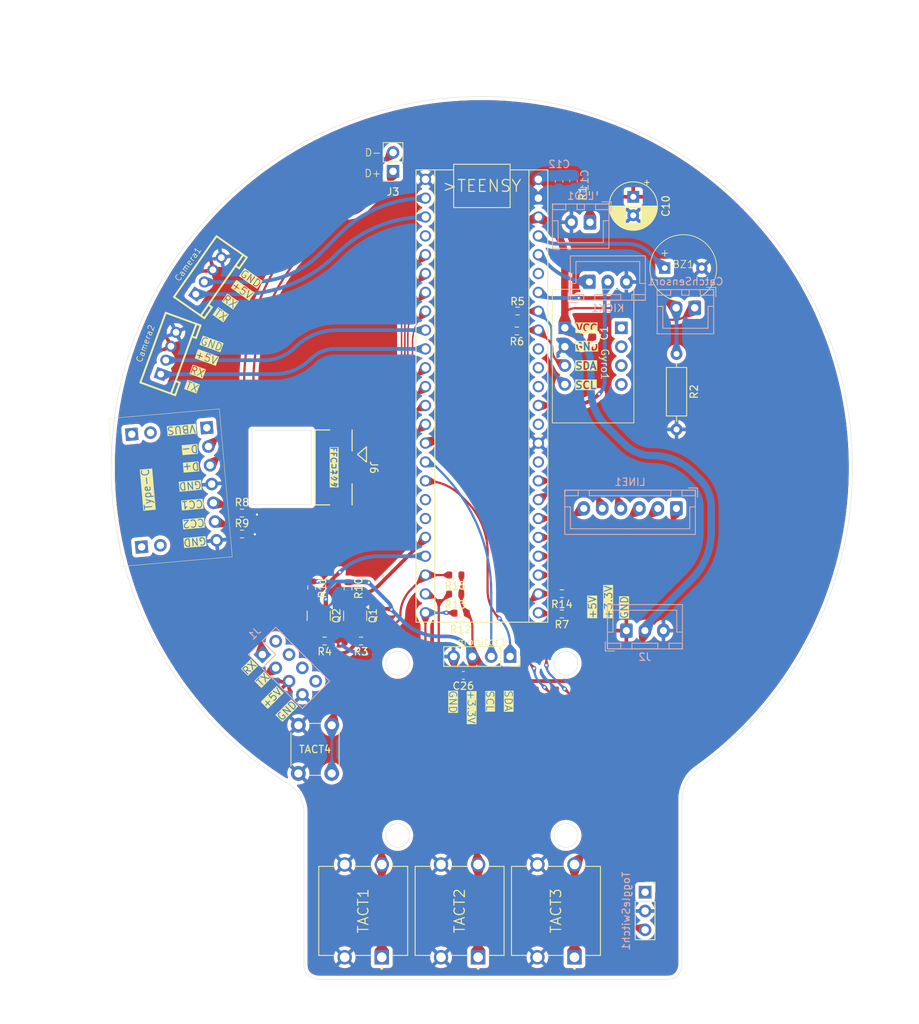
<source format=kicad_pcb>
(kicad_pcb (version 20241229) (generator "pcbnew") (generator_version "9.0")
  (layers (0 "F.Cu" signal) (2 "B.Cu" signal) (13 "F.Paste" user) (15 "B.Paste" user) (5 "F.SilkS" user "F.Silkscreen") (7 "B.SilkS" user "B.Silkscreen") (1 "F.Mask" user) (3 "B.Mask" user) (25 "Edge.Cuts" user))
  (net 0 "")
  (net 1 "M4 PH")
  (net 2 "KICK 2")
  (net 3 "M1 EN")
  (net 4 "KICK 1")
  (net 5 "Buzzer")
  (net 6 "M4 EN")
  (net 7 "Cam1 RX")
  (net 8 "GND")
  (net 10 "M3 PH")
  (net 11 "Gyro-SDA")
  (net 12 "M2 PH")
  (net 13 "+5V")
  (net 14 "Cam2 TX")
  (net 16 "M2 EN")
  (net 17 "M3 EN")
  (net 18 "+3.3V")
  (net 19 "Gyro-SCL")
  (net 20 "M1 PH")
  (net 21 "Cam1 TX")
  (net 22 "Ball Catch Sensor")
  (net 24 "Cam2 RX")
  (net 25 "TX_Ball 5V")
  (net 26 "RX_Ball 5V")
  (net 31 "Net-(LED1-Pin_1)")
  (net 32 "SCL(monitor)")
  (net 33 "SDA(monitor)")
  (net 34 "RX_Ball 3.3V")
  (net 35 "TX_Ball 3.3V")
  (net 37 "Teensy4.1_D-")
  (net 38 "Teensy4.1_D+")
  (net 39 "Net-(Type-C1-CC1)")
  (net 40 "Net-(Type-C1-CC2)")
  (net 50 "B")
  (net 51 "A")
  (net 52 "C")
  (net 53 "X3")
  (net 54 "X1")
  (net 55 "X2")
  (net 58 "SW3")
  (net 59 "SW2")
  (net 60 "SW1")
  (net 61 "Ctrl SW1")
  (net 62 "TOGGLE1")
  (footprint "MAIN:Big tact switch MAIN" (layer "F.Cu") (at 160 159.775 90)
    (property "Reference" "TACT3")
    (property "Value" "SW_MEC_5G")
  )
  (footprint "Teensy4.1:TEENSY4.1" (layer "F.Cu") (at 157.63 61.171 180)
    (property "Reference" "A1" (hide yes))
    (property "Value" "TEENSY4.1")
  )
  (footprint "Resistor_SMD:R_0603_1608Metric" (layer "F.Cu") (at 160.8 119.75 180)
    (property "Reference" "R7")
    (property "Value" "1kΩ")
  )
  (footprint "Resistor_SMD:R_0603_1608Metric" (layer "F.Cu") (at 147.14 119.64 180)
    (property "Reference" "R12")
    (property "Value" "1kΩ")
  )
  (footprint "Resistor_THT:R_Axial_DIN0207_L6.3mm_D2.5mm_P10.16mm_Horizontal" (layer "F.Cu") (at 176.266 84.718 -90)
    (property "Reference" "R2")
    (property "Value" "R")
  )
  (footprint "Package_TO_SOT_SMD:SOT-23" (layer "F.Cu") (at 128 120 -90)
    (property "Reference" "Q2")
    (property "Value" "BSS138")
  )
  (footprint "Resistor_SMD:R_0603_1608Metric" (layer "F.Cu") (at 146.41 117.08 180)
    (property "Reference" "R13")
    (property "Value" "1kΩ")
  )
  (footprint "GROVE:GROVE-HW4-2.0" (layer "F.Cu") (at 107.713832 84.609094 70)
    (property "Reference" "Camera2")
    (property "Value" "Conn_01x04_Pin")
  )
  (footprint "Resistor_SMD:R_0603_1608Metric" (layer "F.Cu") (at 154.817 78.923 180)
    (property "Reference" "R5")
    (property "Value" "1kΩ")
  )
  (footprint "Resistor_SMD:R_0603_1608Metric" (layer "F.Cu") (at 128.8 123.4 180)
    (property "Reference" "R4")
    (property "Value" "10k")
  )
  (footprint "Button_Switch_THT:SW_PUSH_6mm" (layer "F.Cu") (at 125.25 141.25 90)
    (property "Reference" "TACT4")
    (property "Value" "SW_MEC_5G")
  )
  (footprint "Connector_PinSocket_2.54mm:PinSocket_1x02_P2.54mm_Vertical" (layer "F.Cu") (at 138.024 60.091 180)
    (property "Reference" "J3")
    (property "Value" "Conn_01x02_Pin")
  )
  (footprint "Resistor_SMD:R_0603_1608Metric" (layer "F.Cu") (at 146.42 114.5 180)
    (property "Reference" "R15")
    (property "Value" "1kΩ")
  )
  (footprint "Resistor_SMD:R_0603_1608Metric" (layer "F.Cu") (at 117.645 106.152)
    (property "Reference" "R8")
    (property "Value" "5.1k")
  )
  (footprint "Package_TO_SOT_SMD:SOT-23" (layer "F.Cu") (at 132.9125 120 -90)
    (property "Reference" "Q1")
    (property "Value" "BSS138")
  )
  (footprint "Capacitor_SMD:C_0603_1608Metric_Pad1.08x0.95mm_HandSolder" (layer "F.Cu") (at 164.034 82.428)
    (property "Reference" "C1")
    (property "Value" "0.1μF")
  )
  (footprint "Resistor_SMD:R_0603_1608Metric" (layer "F.Cu") (at 117.645 108.977)
    (property "Reference" "R9")
    (property "Value" "5.1k")
  )
  (footprint "Resistor_SMD:R_0603_1608Metric" (layer "F.Cu") (at 160.8 117.02 180)
    (property "Reference" "R14")
    (property "Value" "1kΩ")
  )
  (footprint "FFC conector:FFC conector 0.5mm Pich" (layer "F.Cu") (at 130 100 -90)
    (property "Reference" "J6")
    (property "Value" "Conn_01x08_Pin")
  )
  (footprint "MAIN:Buzzer UDX01CLFPH" (layer "F.Cu") (at 177.176 73.13)
    (property "Reference" "BZ1")
    (property "Value" "Buzzer")
  )
  (footprint "Resistor_SMD:R_0603_1608Metric" (layer "F.Cu") (at 165.033 63.054 90)
    (property "Reference" "R1")
    (property "Value" "100")
  )
  (footprint "MAIN:Big tact switch MAIN" (layer "F.Cu") (at 147 159.775 90)
    (property "Reference" "TACT2")
    (property "Value" "SW_MEC_5G")
  )
  (footprint "Capacitor_SMD:C_0603_1608Metric" (layer "F.Cu") (at 147.51 128.03 180)
    (property "Reference" "C26")
    (property "Value" "0.1μF")
  )
  (footprint "SSD1306:SSD1306 (akizuki)" (layer "F.Cu") (at 150 138)
    (property "Reference" "monitor1")
    (property "Value" "Conn_01x04_Pin")
    (fp_circle (center -11.35 -11.6) (end -9.75 -11.6) (stroke (width 0.05)) (fill no) (layer "Edge.Cuts"))
    (fp_circle (center -11.35 11.6) (end -9.75 11.6) (stroke (width 0.05)) (fill no) (layer "Edge.Cuts"))
    (fp_circle (center 11.35 -11.6) (end 12.95 -11.6) (stroke (width 0.05)) (fill no) (layer "Edge.Cuts"))
    (fp_circle (center 11.35 11.6) (end 12.95 11.6) (stroke (width 0.05)) (fill no) (layer "Edge.Cuts"))
  )
  (footprint "BNO055:BNO055" (layer "F.Cu") (at 165 85)
    (property "Reference" "Gyro1")
    (property "Value" "Conn_01x08_Pin")
  )
  (footprint "Capacitor_THT:CP_Radial_D6.3mm_P2.50mm" (layer "F.Cu") (at 170.427 63.525 -90)
    (property "Reference" "C10")
    (property "Value" "100uF")
  )
  (footprint "Resistor_SMD:R_0603_1608Metric" (layer "F.Cu") (at 154.731 81.608 180)
    (property "Reference" "R6")
    (property "Value" "1kΩ")
  )
  (footprint "Resistor_SMD:R_0603_1608Metric" (layer "F.Cu") (at 131.95 116.3 -90)
    (property "Reference" "R10")
    (property "Value" "10k")
  )
  (footprint "Resistor_SMD:R_0603_1608Metric" (layer "F.Cu") (at 133.7 123.4 180)
    (property "Reference" "R3")
    (property "Value" "10k")
  )
  (footprint "Resistor_SMD:R_0603_1608Metric" (layer "F.Cu") (at 127.05 116.2 -90)
    (property "Reference" "R11")
    (property "Value" "10k")
  )
  (footprint "GROVE:GROVE-HW4-2.0" (layer "F.Cu") (at 113.138159 74.189061 55)
    (property "Reference" "Camera1")
    (property "Value" "Conn_01x04_Pin")
  )
  (footprint "Type-C:Type-C moodule" (layer "F.Cu") (at 104.92 103.01 95)
    (property "Reference" "Type-C1" (hide yes))
    (property "Value" "~")
  )
  (footprint "MAIN:Big tact switch MAIN" (layer "F.Cu") (at 134 159.775 90)
    (property "Reference" "TACT1")
    (property "Value" "SW_MEC_5G")
  )
  (footprint "Connector_PinSocket_2.54mm:PinSocket_1x03_P2.54mm_Vertical" (layer "F.Cu") (at 172.025 157.25)
    (property "Reference" "ToggleSwitch1")
    (property "Value" "Conn_01x03_Pin")
  )
  (footprint "Capacitor_SMD:C_0603_1608Metric" (layer "B.Cu") (at 160.423 61.459 -90)
    (property "Reference" "C12")
    (property "Value" "0.1uF")
  )
  (footprint "Connector_PinSocket_2.54mm:PinSocket_2x04_P2.54mm_Vertical" (layer "B.Cu") (at 120.400827 125.225162 -135)
    (property "Reference" "J1")
    (property "Value" "Conn_02x04_Odd_Even")
  )
  (footprint "Connector_JST:JST_XH_B2B-XH-A_1x02_P2.50mm_Vertical" (layer "B.Cu") (at 164.59 66.954 180)
    (property "Reference" "LED1")
    (property "Value" "Conn_01x02_Pin")
  )
  (footprint "Connector_JST:JST_XH_B6B-XH-A_1x06_P2.50mm_Vertical" (layer "B.Cu") (at 176.25 105.525 180)
    (property "Reference" "LINE1")
    (property "Value" "Conn_01x06_Pin")
  )
  (footprint "Connector_JST:JST_XH_B3B-XH-A_1x03_P2.50mm_Vertical" (layer "B.Cu") (at 169.5 122)
    (property "Reference" "J2")
    (property "Value" "Conn_01x03_Pin")
  )
  (footprint "Connector_JST:JST_XH_B2B-XH-A_1x02_P2.50mm_Vertical" (layer "B.Cu") (at 178.718 78.49 180)
    (property "Reference" "CatchSensor1")
    (property "Value" "Conn_01x02_Pin")
  )
  (footprint "Capacitor_SMD:C_0603_1608Metric" (layer "B.Cu") (at 162.374 61.409 -90)
    (property "Reference" "C11")
    (property "Value" "10uF")
  )
  (footprint "Connector_JST:JST_XH_B3B-XH-A_1x03_P2.50mm_Vertical" (layer "B.Cu") (at 164.5 75)
    (property "Reference" "KICK1")
    (property "Value" "Conn_01x03_Pin")
  )
  (gr_curve (pts (xy 123.839313 142.60645) (xy 126.000002 143.864) (xy 126 146.364) (xy 126 146.364)) (stroke (width 0.05)) (layer "Edge.Cuts"))
  (gr_line (start 177 160) (end 177 144.583848) (stroke (width 0.05)) (layer "Edge.Cuts"))
  (gr_line (start 177 160) (end 177 167) (stroke (width 0.05)) (layer "Edge.Cuts"))
  (gr_rect (start 119 95) (end 127 105) (stroke (width 0.05)) (fill no) (layer "Edge.Cuts"))
  (gr_curve (pts (xy 126 167) (xy 125.995 169.007) (xy 128 169) (xy 128 169)) (stroke (width 0.05)) (layer "Edge.Cuts"))
  (gr_curve (pts (xy 179.072138 140.675795) (xy 177.004463 142.080985) (xy 177 144.583848) (xy 177 144.583848)) (stroke (width 0.05)) (layer "Edge.Cuts"))
  (gr_line (start 126 167) (end 126 146.364) (stroke (width 0.05)) (layer "Edge.Cuts"))
  (gr_line (start 175 169) (end 128 169) (stroke (width 0.05)) (layer "Edge.Cuts"))
  (gr_curve (pts (xy 175 169) (xy 177 169.012) (xy 177 167) (xy 177 167)) (stroke (width 0.05)) (layer "Edge.Cuts"))
  (gr_arc (start 123.83245 142.606452) (mid 148.257308 50.029874) (end 179.072138 140.679985) (stroke (width 0.05)) (layer "Edge.Cuts"))
  (gr_text "+3.3V" (at 167.67 120.48 90) (layer "F.SilkS" knockout) (effects (font (size 1 1) (thickness 0.125)) (justify left bottom)))
  (gr_text "+5V" (at 120.98 132.629 45) (layer "F.SilkS" knockout) (effects (font (size 1 1) (thickness 0.125)) (justify left bottom)))
  (gr_text "TX" (at 120.223 129.71 45) (layer "F.SilkS" knockout) (effects (font (size 1 1) (thickness 0.125)) (justify left bottom)))
  (gr_text "VCC" (at 162.6 81.8 0) (layer "F.SilkS" knockout) (effects (font (size 1 1) (thickness 0.2) (bold yes)) (justify left bottom)))
  (gr_text "D-" (at 134.15 58.16 0) (layer "F.SilkS") (effects (font (size 1 1) (thickness 0.1)) (justify left bottom)))
  (gr_text "RX" (at 118.313 128.178 45) (layer "F.SilkS" knockout) (effects (font (size 1 1) (thickness 0.125)) (justify left bottom)))
  (gr_text "GND" (at 162.5 84.3 0) (layer "F.SilkS" knockout) (effects (font (size 1 1) (thickness 0.2) (bold yes)) (justify left bottom)))
  (gr_text "SDA" (at 162.5 86.9 0) (layer "F.SilkS" knockout) (effects (font (size 1 1) (thickness 0.2) (bold yes)) (justify left bottom)))
  (gr_text "+3.3V" (at 148 130 270) (layer "F.SilkS" knockout) (effects (font (size 1 1) (thickness 0.1)) (justify left bottom)))
  (gr_text "GND" (at 169.82 120.48 90) (layer "F.SilkS" knockout) (effects (font (size 1 1) (thickness 0.125)) (justify left bottom)))
  (gr_text "SCL" (at 162.5 89.5 0) (layer "F.SilkS" knockout) (effects (font (size 1 1) (thickness 0.2) (bold yes)) (justify left bottom)))
  (gr_text "SDA" (at 153 130 270) (layer "F.SilkS" knockout) (effects (font (size 1 1) (thickness 0.1)) (justify left bottom)))
  (gr_text "+5V" (at 165.52 120.48 90) (layer "F.SilkS" knockout) (effects (font (size 1 1) (thickness 0.125)) (justify left bottom)))
  (gr_text "SCL" (at 150.5 130.031 270) (layer "F.SilkS" knockout) (effects (font (size 1 1) (thickness 0.1)) (justify left bottom)))
  (gr_text "GND" (at 145.5 130.007 270) (layer "F.SilkS" knockout) (effects (font (size 1 1) (thickness 0.1)) (justify left bottom)))
  (gr_text "D+" (at 134.11 60.95 0) (layer "F.SilkS") (effects (font (size 1 1) (thickness 0.1)) (justify left bottom)))
  (gr_text "GND" (at 122.998 134.358 45) (layer "F.SilkS" knockout) (effects (font (size 1 1) (thickness 0.125)) (justify left bottom)))
  (segment (start 135.250862 99.569139) (end 138.9 95.92) (width 0.2) (layer "F.Cu") (net 1))
  (segment (start 139.72 93.940345) (end 139.72 93.94) (width 0.2) (layer "F.Cu") (net 1))
  (segment (start 141.246644 90.254357) (end 142.39 89.111) (width 0.2) (layer "F.Cu") (net 1))
  (arc (start 138.9 95.92) (mid 139.506889 95.011726) (end 139.72 93.940345) (width 0.2) (layer "F.Cu") (net 1))
  (arc (start 132.4 100.750004) (mid 133.942875 100.443107) (end 135.250862 99.569139) (width 0.2) (layer "F.Cu") (net 1))
  (arc (start 139.72 93.94) (mid 140.116762 91.945344) (end 141.246644 90.254357) (width 0.2) (layer "F.Cu") (net 1))
  (segment (start 162.093383 91.651) (end 157.63 91.651) (width 0.5) (layer "F.Cu") (net 2))
  (via (at 165.833 90.102) (size 0.6) (drill 0.3) (layers "F.Cu" "B.Cu") (net 2))
  (arc (start 165.833 90.102) (mid 164.117249 91.248428) (end 162.093383 91.651) (width 0.5) (layer "F.Cu") (net 2))
  (segment (start 166.585 86.73) (end 166.585 88.286511) (width 0.5) (layer "B.Cu") (net 2))
  (segment (start 166.585 76.001899) (end 166.585 86.73) (width 0.5) (layer "B.Cu") (net 2))
  (arc (start 167 75) (mid 166.692855 75.459675) (end 166.585 76.001899) (width 0.5) (layer "B.Cu") (net 2))
  (arc (start 166.585 88.286511) (mid 166.389561 89.269047) (end 165.833 90.102) (width 0.5) (layer "B.Cu") (net 2))
  (segment (start 134.175384 98.514616) (end 136.754071 95.935929) (width 0.2) (layer "F.Cu") (net 3))
  (segment (start 138.14 92.59) (end 138.14 90.475046) (width 0.2) (layer "F.Cu") (net 3))
  (segment (start 140.02 85.936325) (end 140.02 82.132686) (width 0.2) (layer "F.Cu") (net 3))
  (arc (start 140.02 82.132686) (mid 140.635943 79.036132) (end 142.39 76.411) (width 0.2) (layer "F.Cu") (net 3))
  (arc (start 132.4 99.250004) (mid 133.360831 99.058883) (end 134.175384 98.514616) (width 0.2) (layer "F.Cu") (net 3))
  (arc (start 138.14 90.475046) (mid 138.488255 88.724252) (end 139.48 87.24) (width 0.2) (layer "F.Cu") (net 3))
  (arc (start 136.754071 95.935929) (mid 137.779809 94.400803) (end 138.14 92.59) (width 0.2) (layer "F.Cu") (net 3))
  (arc (start 139.48 87.24) (mid 139.879659 86.641869) (end 140.02 85.936325) (width 0.2) (layer "F.Cu") (net 3))
  (segment (start 159.035551 72.736551) (end 157.63 71.331) (width 0.5) (layer "B.Cu") (net 4))
  (arc (start 164.5 75) (mid 161.542661 74.411749) (end 159.035551 72.736551) (width 0.5) (layer "B.Cu") (net 4))
  (segment (start 172.662408 71.116407) (end 174.676 73.13) (width 0.5) (layer "B.Cu") (net 5))
  (segment (start 169.634 69.862) (end 160.215623 69.862) (width 0.5) (layer "B.Cu") (net 5))
  (arc (start 169.634 69.862) (mid 171.272962 70.18801) (end 172.662408 71.116407) (width 0.5) (layer "B.Cu") (net 5))
  (arc (start 160.215623 69.862) (mid 158.816294 69.583656) (end 157.63 68.791) (width 0.5) (layer "B.Cu") (net 5))
  (segment (start 134.977722 99.182277) (end 137.32 96.84) (width 0.2) (layer "F.Cu") (net 6))
  (segment (start 140.463801 88.497199) (end 142.39 86.571) (width 0.2) (layer "F.Cu") (net 6))
  (segment (start 139.22 92.252994) (end 139.22 91.5) (width 0.2) (layer "F.Cu") (net 6))
  (arc (start 139.22 91.5) (mid 139.543253 89.874896) (end 140.463801 88.497199) (width 0.2) (layer "F.Cu") (net 6))
  (arc (start 132.4 100.250005) (mid 133.795053 99.972512) (end 134.977722 99.182277) (width 0.2) (layer "F.Cu") (net 6))
  (arc (start 137.32 96.84) (mid 138.726206 94.735463) (end 139.22 92.252994) (width 0.2) (layer "F.Cu") (net 6))
  (segment (start 128.16 71.21) (end 130.899465 68.470535) (width 0.5) (layer "B.Cu") (net 7))
  (segment (start 112.564583 75.008213) (end 118.990303 75.008213) (width 0.5) (layer "B.Cu") (net 7))
  (arc (start 118.990303 75.008213) (mid 123.952907 74.021089) (end 128.16 71.21) (width 0.5) (layer "B.Cu") (net 7))
  (arc (start 130.899465 68.470535) (mid 136.171367 64.947963) (end 142.39 63.711) (width 0.5) (layer "B.Cu") (net 7))
  (segment (start 164.742704 82.799295) (end 164.175 83.367) (width 0.5) (layer "F.Cu") (net 8))
  (segment (start 146.19 125) (end 146.19 126.50374) (width 0.5) (layer "F.Cu") (net 8))
  (segment (start 118.47 108.977) (end 119.283431 108.977) (width 0.5) (layer "F.Cu") (net 8))
  (segment (start 146.6445 128.022757) (end 146.6475 128.03) (width 0.5) (layer "F.Cu") (net 8))
  (segment (start 163.29864 83.73) (end 161.2 83.73) (width 0.5) (layer "F.Cu") (net 8))
  (segment (start 118.47 106.152) (end 119.177743 106.152) (width 0.5) (layer "F.Cu") (net 8))
  (segment (start 146.6445 127.601) (end 146.6445 128.022757) (width 0.5) (layer "F.Cu") (net 8))
  (via (at 119.38 109.017) (size 0.6) (drill 0.3) (layers "F.Cu" "B.Cu") (net 8))
  (via (at 119.663 106.353) (size 0.6) (drill 0.3) (layers "F.Cu" "B.Cu") (net 8))
  (arc (start 164.8965 82.428) (mid 164.85653 82.628944) (end 164.742704 82.799295) (width 0.5) (layer "F.Cu") (net 8))
  (arc (start 146.19 126.50374) (mid 146.308121 127.097572) (end 146.6445 127.601) (width 0.5) (layer "F.Cu") (net 8))
  (arc (start 164.175 83.367) (mid 163.772922 83.635659) (end 163.29864 83.73) (width 0.5) (layer "F.Cu") (net 8))
  (arc (start 119.177743 106.152) (mid 119.440362 106.204238) (end 119.663 106.353) (width 0.5) (layer "F.Cu") (net 8))
  (arc (start 119.283431 108.977) (mid 119.335694 108.987396) (end 119.38 109.017) (width 0.5) (layer "F.Cu") (net 8))
  (segment (start 161.772842 83.032843) (end 162.61 83.87) (width 0.5) (layer "B.Cu") (net 8))
  (segment (start 161.807781 83.067782) (end 162.61 83.87) (width 0.5) (layer "B.Cu") (net 8))
  (segment (start 161.2 83.73) (end 160.487782 83.017782) (width 0.5) (layer "B.Cu") (net 8))
  (segment (start 156.643 63.501) (end 156.95552 63.18848) (width 1) (layer "B.Cu") (net 8))
  (segment (start 161.444 62.585) (end 161.649132 62.790132) (width 1) (layer "B.Cu") (net 8))
  (segment (start 162.190122 84.140122) (end 162.42 84.37) (width 0.5) (layer "B.Cu") (net 8))
  (segment (start 158.533 64.065) (end 157.414075 64.065) (width 1) (layer "B.Cu") (net 8))
  (segment (start 160.173257 62.891) (end 160.719 62.891) (width 1) (layer "B.Cu") (net 8))
  (segment (start 163.038 62.585) (end 163.038 62.397362) (width 1) (layer "B.Cu") (net 8))
  (segment (start 161.2 83.73) (end 161.28733 83.73) (width 0.5) (layer "B.Cu") (net 8))
  (segment (start 159.946717 62.431283) (end 159.688 62.69) (width 1) (layer "B.Cu") (net 8))
  (segment (start 162.954378 62.184) (end 162.374 62.184) (width 1) (layer "B.Cu") (net 8))
  (segment (start 156.586 64.408) (end 156.586 63.63861) (width 1) (layer "B.Cu") (net 8))
  (segment (start 157.767179 63.379822) (end 158.247 62.9) (width 1) (layer "B.Cu") (net 8))
  (segment (start 160.603137 82.75) (end 161.09 82.75) (width 0.5) (layer "B.Cu") (net 8))
  (segment (start 161.434277 62.594722) (end 161.444 62.585) (width 1) (layer "B.Cu") (net 8))
  (segment (start 161.426274 83.183726) (end 161.62 82.99) (width 0.5) (layer "B.Cu") (net 8))
  (segment (start 158.533 63.590465) (end 158.533 64.065) (width 1) (layer "B.Cu") (net 8))
  (segment (start 163.00116 62.62184) (end 163.038 62.585) (width 1) (layer "B.Cu") (net 8))
  (segment (start 161.53234 84.53234) (end 161.94 84.94) (width 0.5) (layer "B.Cu") (net 8))
  (arc (start 161.62 82.99) (mid 161.721627 83.010215) (end 161.807781 83.067782) (width 0.5) (layer "B.Cu") (net 8))
  (arc (start 161.2 83.73) (mid 161.286372 84.164223) (end 161.53234 84.53234) (width 0.5) (layer "B.Cu") (net 8))
  (arc (start 161.28733 83.73) (mid 162.084333 83.888534) (end 162.76 84.34) (width 0.5) (layer "B.Cu") (net 8))
  (arc (start 159.688 62.69) (mid 159.910638 62.838761) (end 160.173257 62.891) (width 1) (layer "B.Cu") (net 8))
  (arc (start 160.719 62.891) (mid 161.106105 62.814) (end 161.434277 62.594722) (width 1) (layer "B.Cu") (net 8))
  (arc (start 163.038 62.397362) (mid 163.070226 62.235349) (end 163.162 62.098) (width 1) (layer "B.Cu") (net 8))
  (arc (start 161.649132 62.790132) (mid 161.866086 62.935095) (end 162.122 62.986) (width 1) (layer "B.Cu") (net 8))
  (arc (start 161.2 83.73) (mid 161.73585 83.836587) (end 162.190122 84.140122) (width 0.5) (layer "B.Cu") (net 8))
  (arc (start 157.63 63.711) (mid 157.665652 63.531768) (end 157.767179 63.379822) (width 1) (layer "B.Cu") (net 8))
  (arc (start 160.41 82.83) (mid 160.498612 82.770791) (end 160.603137 82.75) (width 0.5) (layer "B.Cu") (net 8))
  (arc (start 156.586 63.63861) (mid 156.600814 63.564136) (end 156.643 63.501) (width 1) (layer "B.Cu") (net 8))
  (arc (start 156.95552 63.18848) (mid 157.035067 63.069429) (end 157.063 62.929) (width 1) (layer "B.Cu") (net 8))
  (arc (start 162.122 62.986) (mid 162.597798 62.891358) (end 163.00116 62.62184) (width 1) (layer "B.Cu") (net 8))
  (arc (start 158.247 62.9) (mid 158.458671 63.216788) (end 158.533 63.590465) (width 1) (layer "B.Cu") (net 8))
  (arc (start 160.487782 83.017782) (mid 160.430215 82.931627) (end 160.41 82.83) (width 0.5) (layer "B.Cu") (net 8))
  (arc (start 161.09 82.75) (mid 161.459552 82.823508) (end 161.772842 83.032843) (width 0.5) (layer "B.Cu") (net 8))
  (arc (start 163.162 62.098) (mid 163.066742 62.16165) (end 162.954378 62.184) (width 1) (layer "B.Cu") (net 8))
  (arc (start 160.423 62.234) (mid 160.165237 62.285272) (end 159.946717 62.431283) (width 1) (layer "B.Cu") (net 8))
  (arc (start 157.414075 64.065) (mid 156.965924 64.154143) (end 156.586 64.408) (width 1) (layer "B.Cu") (net 8))
  (segment (start 140.11 96.45) (end 142.35415 94.20585) (width 0.2) (layer "F.Cu") (net 10))
  (segment (start 136.51412 100.045879) (end 140.11 96.45) (width 0.2) (layer "F.Cu") (net 10))
  (arc (start 142.35415 94.20585) (mid 142.370598 94.19486) (end 142.39 94.191) (width 0.2) (layer "F.Cu") (net 10))
  (arc (start 132.4 101.750004) (mid 134.626546 101.307116) (end 136.51412 100.045879) (width 0.2) (layer "F.Cu") (net 10))
  (segment (start 159.048159 82.909159) (end 157.63 81.491) (width 0.3) (layer "F.Cu") (net 11))
  (segment (start 160.465944 85.965944) (end 160.1 85.6) (width 0.3) (layer "F.Cu") (net 11))
  (segment (start 157.63 81.491) (end 155.838463 81.491) (width 0.3) (layer "F.Cu") (net 11))
  (segment (start 159.5 84.151472) (end 159.5 84) (width 0.3) (layer "F.Cu") (net 11))
  (arc (start 155.838463 81.491) (mid 155.685595 81.521407) (end 155.556 81.608) (width 0.3) (layer "F.Cu") (net 11))
  (arc (start 160.1 85.6) (mid 159.655935 84.93541) (end 159.5 84.151472) (width 0.3) (layer "F.Cu") (net 11))
  (arc (start 159.5 84) (mid 159.38257 83.409641) (end 159.048159 82.909159) (width 0.3) (layer "F.Cu") (net 11))
  (arc (start 161.2 86.27) (mid 160.802732 86.190978) (end 160.465944 85.965944) (width 0.3) (layer "F.Cu") (net 11))
  (segment (start 137.71 92.24) (end 137.71 90.236762) (width 0.2) (layer "F.Cu") (net 12))
  (segment (start 133.970533 98.099467) (end 136.210934 95.859066) (width 0.2) (layer "F.Cu") (net 12))
  (segment (start 139.62 85.625614) (end 139.62 80.558372) (width 0.2) (layer "F.Cu") (net 12))
  (arc (start 137.71 90.236762) (mid 138.053056 88.512099) (end 139.03 87.05) (width 0.2) (layer "F.Cu") (net 12))
  (arc (start 139.03 87.05) (mid 139.466664 86.396486) (end 139.62 85.625614) (width 0.2) (layer "F.Cu") (net 12))
  (arc (start 139.62 80.558372) (mid 140.339899 76.939192) (end 142.39 73.871) (width 0.2) (layer "F.Cu") (net 12))
  (arc (start 132.4 98.750003) (mid 133.249966 98.580934) (end 133.970533 98.099467) (width 0.2) (layer "F.Cu") (net 12))
  (arc (start 136.210934 95.859066) (mid 137.320406 94.198624) (end 137.71 92.24) (width 0.2) (layer "F.Cu") (net 12))
  (segment (start 157.63 61.171) (end 157.63 61.095384) (width 1) (layer "F.Cu") (net 13))
  (segment (start 123.950763 128.831146) (end 123.989394 128.792516) (width 0.5) (layer "F.Cu") (net 13))
  (segment (start 129.625 123.4) (end 130.097197 123.4) (width 0.5) (layer "F.Cu") (net 13))
  (segment (start 108.055852 83.669401) (end 108.671338 83.669401) (width 1) (layer "F.Cu") (net 13))
  (segment (start 157.462492 60.184) (end 158.137 60.184) (width 1) (layer "F.Cu") (net 13))
  (segment (start 157.63 61.171) (end 157.786574 61.171) (width 1) (layer "F.Cu") (net 13))
  (segment (start 156.556 61.635858) (end 156.556 60.848) (width 1) (layer "F.Cu") (net 13))
  (segment (start 123.995443 128.909365) (end 123.995443 129.594991) (width 0.5) (layer "F.Cu") (net 13))
  (segment (start 114.773853 73.809852) (end 114.861 73.897) (width 1) (layer "F.Cu") (net 13))
  (segment (start 158.643 61.218257) (end 158.643 61.776) (width 1) (layer "F.Cu") (net 13))
  (segment (start 108.892 83.578) (end 108.892 84.379) (width 1) (layer "F.Cu") (net 13))
  (segment (start 123.995443 128.909365) (end 123.152977 128.909365) (width 0.5) (layer "F.Cu") (net 13))
  (segment (start 156.648413 61.577586) (end 156.566 61.66) (width 1) (layer "F.Cu") (net 13))
  (segment (start 114.861 73.897) (end 114.542945 74.215055) (width 1) (layer "F.Cu") (net 13))
  (via (at 134.486 125.151) (size 0.6) (drill 0.3) (layers "F.Cu" "B.Cu") (net 13))
  (via (at 130.947 123.752) (size 0.6) (drill 0.3) (layers "F.Cu" "B.Cu") (net 13))
  (arc (start 123.995443 129.594991) (mid 124.067344 129.95646) (end 124.2721 130.2629) (width 0.5) (layer "F.Cu") (net 13))
  (arc (start 123.152977 128.909365) (mid 122.844021 128.84791) (end 122.5821 128.6729) (width 0.5) (layer "F.Cu") (net 13))
  (arc (start 113.711735 73.369909) (mid 114.286549 73.484247) (end 114.773853 73.809852) (width 1) (layer "F.Cu") (net 13))
  (arc (start 156.566 61.66) (mid 156.558598 61.648924) (end 156.556 61.635858) (width 1) (layer "F.Cu") (net 13))
  (arc (start 157.209 60.079) (mid 157.325303 60.156711) (end 157.462492 60.184) (width 1) (layer "F.Cu") (net 13))
  (arc (start 158.844 60.733) (mid 158.695239 60.955638) (end 158.643 61.218257) (width 1) (layer "F.Cu") (net 13))
  (arc (start 157.63 61.171) (mid 157.098769 61.276668) (end 156.648413 61.577586) (width 1) (layer "F.Cu") (net 13))
  (arc (start 108.671338 83.669401) (mid 108.79076 83.645647) (end 108.892 83.578) (width 1) (layer "F.Cu") (net 13))
  (arc (start 130.097197 123.4) (mid 130.557107 123.491482) (end 130.947 123.752) (width 0.5) (layer "F.Cu") (net 13))
  (arc (start 114.542945 74.215055) (mid 114.42781 74.291986) (end 114.292 74.319) (width 1) (layer "F.Cu") (net 13))
  (arc (start 157.63 61.095384) (mid 157.520586 60.54532) (end 157.209 60.079) (width 1) (layer "F.Cu") (net 13))
  (arc (start 157.786574 61.171) (mid 158.358849 61.057167) (end 158.844 60.733) (width 1) (layer "F.Cu") (net 13))
  (segment (start 134.324485 125.151) (end 134.486 125.151) (width 0.5) (layer "B.Cu") (net 13))
  (segment (start 160.423 60.684) (end 158.805722 60.684) (width 1.5) (layer "B.Cu") (net 13))
  (segment (start 162.374 60.634) (end 160.543711 60.634) (width 1.5) (layer "B.Cu") (net 13))
  (arc (start 160.543711 60.634) (mid 160.478383 60.646994) (end 160.423 60.684) (width 1.5) (layer "B.Cu") (net 13))
  (arc (start 130.947 123.752) (mid 132.496604 124.787411) (end 134.324485 125.151) (width 0.5) (layer "B.Cu") (net 13))
  (arc (start 158.805722 60.684) (mid 158.169426 60.810567) (end 157.63 61.171) (width 1.5) (layer "B.Cu") (net 13))
  (segment (start 130.219201 84.031) (end 142.39 84.031) (width 0.5) (layer "B.Cu") (net 14))
  (segment (start 106.687772 87.428172) (end 122.017702 87.428172) (width 0.5) (layer "B.Cu") (net 14))
  (arc (start 122.017702 87.428172) (mid 124.654571 86.903666) (end 126.89 85.41) (width 0.5) (layer "B.Cu") (net 14))
  (arc (start 126.89 85.41) (mid 128.41745 84.389391) (end 130.219201 84.031) (width 0.5) (layer "B.Cu") (net 14))
  (segment (start 133.62911 97.74089) (end 135.890639 95.479361) (width 0.2) (layer "F.Cu") (net 16))
  (segment (start 137.22 92.27) (end 137.22 90.054335) (width 0.2) (layer "F.Cu") (net 16))
  (segment (start 139.17 85.346619) (end 139.17 79.104768) (width 0.2) (layer "F.Cu") (net 16))
  (arc (start 139.17 79.104768) (mid 140.00685 74.897635) (end 142.39 71.331) (width 0.2) (layer "F.Cu") (net 16))
  (arc (start 137.22 90.054335) (mid 137.55526 88.368869) (end 138.51 86.94) (width 0.2) (layer "F.Cu") (net 16))
  (arc (start 138.51 86.94) (mid 138.998472 86.20895) (end 139.17 85.346619) (width 0.2) (layer "F.Cu") (net 16))
  (arc (start 135.890639 95.479361) (mid 136.874511 94.006894) (end 137.22 92.27) (width 0.2) (layer "F.Cu") (net 16))
  (arc (start 132.4 98.250004) (mid 133.06519 98.11769) (end 133.62911 97.74089) (width 0.2) (layer "F.Cu") (net 16))
  (segment (start 138.14 97.38) (end 139.523898 95.996102) (width 0.2) (layer "F.Cu") (net 17))
  (segment (start 135.592284 99.927715) (end 138.14 97.38) (width 0.2) (layer "F.Cu") (net 17))
  (segment (start 140.980538 92.479462) (end 141.398171 92.061829) (width 0.2) (layer "F.Cu") (net 17))
  (arc (start 141.398171 92.061829) (mid 141.853226 91.757771) (end 142.39 91.651) (width 0.2) (layer "F.Cu") (net 17))
  (arc (start 139.523898 95.996102) (mid 140.120501 95.103223) (end 140.33 94.05) (width 0.2) (layer "F.Cu") (net 17))
  (arc (start 140.33 94.05) (mid 140.499069 93.200031) (end 140.980538 92.479462) (width 0.2) (layer "F.Cu") (net 17))
  (arc (start 132.4 101.250003) (mid 134.127652 100.906352) (end 135.592284 99.927715) (width 0.2) (layer "F.Cu") (net 17))
  (segment (start 156.341135 66.784866) (end 152.107 71.019) (width 1) (layer "F.Cu") (net 18))
  (segment (start 168.567868 125.54) (end 168.22 125.54) (width 0.3) (layer "F.Cu") (net 18))
  (segment (start 128.95 119.0625) (end 128.95 117.782) (width 0.5) (layer "F.Cu") (net 18))
  (segment (start 153.906 81.608) (end 153.906 79.130622) (width 0.5) (layer "F.Cu") (net 18))
  (segment (start 175.888 80.097) (end 173.112979 80.097) (width 0.3) (layer "F.Cu") (net 18))
  (segment (start 161.919337 81.909337) (end 161.2 81.19) (width 0.5) (layer "F.Cu") (net 18))
  (segment (start 168.056754 125.776011) (end 168.056754 126.616754) (width 0.3) (layer "F.Cu") (net 18))
  (segment (start 161.2 79.148) (end 161.2 72.080148) (width 1) (layer "F.Cu") (net 18))
  (segment (start 148.73 125) (end 148.73 126.730676) (width 0.8) (layer "F.Cu") (net 18))
  (segment (start 148.73 121.486873) (end 148.73 125) (width 0.3) (layer "F.Cu") (net 18))
  (segment (start 168.878799 125.638799) (end 168.93 125.69) (width 0.3) (layer "F.Cu") (net 18))
  (segment (start 134.756 115.549) (end 134.676 115.469) (width 0.5) (layer "F.Cu") (net 18))
  (segment (start 134.682 115.475) (end 134.756 115.549) (width 0.5) (layer "F.Cu") (net 18))
  (segment (start 168.28 126.16) (end 168.501005 125.938995) (width 0.3) (layer "F.Cu") (net 18))
  (segment (start 147.245 114.5) (end 147.245 117.055858) (width 0.3) (layer "F.Cu") (net 18))
  (segment (start 153.992 78.923) (end 151.925753 78.923) (width 0.5) (layer "F.Cu") (net 18))
  (segment (start 167.612791 125.15279) (end 167.93 125.47) (width 0.3) (layer "F.Cu") (net 18))
  (segment (start 161.625 119.75) (end 165.833195 123.958195) (width 0.3) (layer "F.Cu") (net 18))
  (segment (start 178.718 78.49) (end 177.975792 79.232208) (width 0.3) (layer "F.Cu") (net 18))
  (segment (start 168.74 125.84) (end 168.695563 125.84) (width 0.3) (layer "F.Cu") (net 18))
  (segment (start 161.714903 128.8) (end 156.721047 128.8) (width 0.5) (layer "F.Cu") (net 18))
  (segment (start 161.625 117.02) (end 161.908579 117.02) (width 0.3) (layer "F.Cu") (net 18))
  (segment (start 171.116117 124.133883) (end 170.122533 125.127467) (width 0.5) (layer "F.Cu") (net 18))
  (segment (start 134.676 115.469) (end 132.817 115.469) (width 0.5) (layer "F.Cu") (net 18))
  (segment (start 168.22 125.54) (end 168.22 126.015147) (width 0.3) (layer "F.Cu") (net 18))
  (segment (start 144.192 95.874) (end 144.003216 96.062784) (width 1) (layer "F.Cu") (net 18))
  (segment (start 133.8625 119.0625) (end 137.547472 119.0625) (width 0.5) (layer "F.Cu") (net 18))
  (segment (start 161.2 81.19) (end 161.2 79.148) (width 1) (layer "F.Cu") (net 18))
  (segment (start 159.29 67.469) (end 158.384541 66.563541) (width 1) (layer "F.Cu") (net 18))
  (segment (start 127.05 115.375) (end 127.837 115.375) (width 0.5) (layer "F.Cu") (net 18))
  (segment (start 167.605298 125.134702) (end 167.612791 125.15279) (width 0.3) (layer "F.Cu") (net 18))
  (segment (start 163.584314 127.835685) (end 163.26 128.16) (width 0.5) (layer "F.Cu") (net 18))
  (segment (start 147.235 117.08) (end 147.235 117.877624) (width 0.3) (layer "F.Cu") (net 18))
  (segment (start 169.33232 78.531) (end 162.68957 78.531) (width 0.3) (layer "F.Cu") (net 18))
  (segment (start 131.95 115.475) (end 134.682 115.475) (width 0.5) (layer "F.Cu") (net 18))
  (segment (start 161.625 117.02) (end 161.625 119.75) (width 0.3) (layer "F.Cu") (net 18))
  (segment (start 145.621 86.677589) (end 145.621 92.424089) (width 1) (layer "F.Cu") (net 18))
  (via (at 127.837 115.375) (size 0.6) (drill 0.3) (layers "F.Cu" "B.Cu") (net 18))
  (via (at 134.756 115.549) (size 0.6) (drill 0.3) (layers "F.Cu" "B.Cu") (net 18))
  (via (at 128.95 117.782) (size 0.6) (drill 0.3) (layers "F.Cu" "B.Cu") (net 18))
  (via (at 137.807 119.17) (size 0.6) (drill 0.3) (layers "F.Cu" "B.Cu") (net 18))
  (arc (start 164.95 127.27) (mid 164.210896 127.417017) (end 163.584314 127.835685) (width 0.5) (layer "F.Cu") (net 18))
  (arc (start 165.833195 123.958195) (mid 167.575876 125.122616) (end 169.631507 125.531507) (width 0.3) (layer "F.Cu") (net 18))
  (arc (start 171.452 79.409) (mid 170.479483 78.759185) (end 169.33232 78.531) (width 0.3) (layer "F.Cu") (net 18))
  (arc (start 157.63 66.251) (mid 156.932471 66.389747) (end 156.341135 66.784866) (width 1) (layer "F.Cu") (net 18))
  (arc (start 168.93 125.69) (mid 168.763853 125.578983) (end 168.567868 125.54) (width 0.3) (layer "F.Cu") (net 18))
  (arc (start 167.93 125.47) (mid 168.023812 125.610399) (end 168.056754 125.776011) (width 0.3) (layer "F.Cu") (net 18))
  (arc (start 168.695563 125.84) (mid 168.551841 125.811412) (end 168.43 125.73) (width 0.3) (layer "F.Cu") (net 18))
  (arc (start 147.235 117.877624) (mid 147.424721 118.831415) (end 147.965 119.64) (width 0.3) (layer "F.Cu") (net 18))
  (arc (start 148.73 126.730676) (mid 148.636309 127.201692) (end 148.3695 127.601) (width 0.8) (layer "F.Cu") (net 18))
  (arc (start 177.975792 79.232208) (mid 177.017905 79.872248) (end 175.888 80.097) (width 0.3) (layer "F.Cu") (net 18))
  (arc (start 147.245 117.055858) (mid 147.242401 117.068924) (end 147.235 117.08) (width 0.3) (layer "F.Cu") (net 18))
  (arc (start 156.721047 128.8) (mid 152.396323 127.939759) (end 148.73 125.49) (width 0.5) (layer "F.Cu") (net 18))
  (arc (start 168.501005 125.938995) (mid 168.610656 125.865728) (end 168.74 125.84) (width 0.3) (layer "F.Cu") (net 18))
  (arc (start 147.965 119.64) (mid 148.531183 120.487353) (end 148.73 121.486873) (width 0.3) (layer "F.Cu") (net 18))
  (arc (start 158.384541 66.563541) (mid 158.038355 66.332227) (end 157.63 66.251) (width 1) (layer "F.Cu") (net 18))
  (arc (start 168.22 126.015147) (mid 168.235594 126.093541) (end 168.28 126.16) (width 0.3) (layer "F.Cu") (net 18))
  (arc (start 152.107 71.019) (mid 147.306656 78.203221) (end 145.621 86.677589) (width 1) (layer "F.Cu") (net 18))
  (arc (start 137.547472 119.0625) (mid 137.687928 119.090438) (end 137.807 119.17) (width 0.5) (layer "F.Cu") (net 18))
  (arc (start 161.2 72.080148) (mid 160.703607 69.584612) (end 159.29 67.469) (width 1) (layer "F.Cu") (net 18))
  (arc (start 163.26 128.16) (mid 162.551103 128.633669) (end 161.714903 128.8) (width 0.5) (layer "F.Cu") (net 18))
  (arc (start 144.003216 96.062784) (mid 143.263066 96.557337) (end 142.39 96.731) (width 1) (layer "F.Cu") (net 18))
  (arc (start 151.925753 78.923) (mid 149.668019 78.473909) (end 147.754006 77.195006) (width 0.5) (layer "F.Cu") (net 18))
  (arc (start 153.906 79.130622) (mid 153.928351 79.018258) (end 153.992 78.923) (width 0.5) (layer "F.Cu") (net 18))
  (arc (start 162.68957 78.531) (mid 161.88342 78.691353) (end 161.2 79.148) (width 0.3) (layer "F.Cu") (net 18))
  (arc (start 145.621 92.424089) (mid 145.249615 94.291167) (end 144.192 95.874) (width 1) (layer "F.Cu") (net 18))
  (arc (start 161.908579 117.02) (mid 162.039235 117.045989) (end 162.15 117.12) (width 0.3) (layer "F.Cu") (net 18))
  (arc (start 163.1715 82.428) (mid 162.493834 82.293204) (end 161.919337 81.909337) (width 0.5) (layer "F.Cu") (net 18))
  (arc (start 173.112979 80.097) (mid 172.214063 79.918195) (end 171.452 79.409) (width 0.3) (layer "F.Cu") (net 18))
  (arc (start 172 122) (mid 171.770286 123.154849) (end 171.116117 124.133883) (width 0.5) (layer "F.Cu") (net 18))
  (arc (start 170.122533 125.127467) (mid 167.749354 126.713174) (end 164.95 127.27) (width 0.5) (layer "F.Cu") (net 18))
  (segment (start 178.32 115.07) (end 172.431335 120.958665) (width 1) (layer "B.Cu") (net 18))
  (segment (start 164.72 89.48) (end 164.72 86.262977) (width 1) (layer "B.Cu") (net 18))
  (segment (start 147.852 123.837) (end 148.528475 124.513474) (width 0.5) (layer "B.Cu") (net 18))
  (segment (start 137.403949 118.196949) (end 134.756 115.549) (width 0.5) (layer "B.Cu") (net 18))
  (segment (start 178.486884 100.676884) (end 179.42 101.61) (width 1) (layer "B.Cu") (net 18))
  (segment (start 162.17988 81.595879) (end 163.216 82.632) (width 1) (layer "B.Cu") (net 18))
  (segment (start 129.794993 115.742008) (end 130.162 115.375) (width 0.5) (layer "B.Cu") (net 18))
  (segment (start 180.93 105.255462) (end 180.93 108.768903) (width 1) (layer "B.Cu") (net 18))
  (segment (start 130.162 115.375) (end 134.335927 115.375) (width 0.5) (layer "B.Cu") (net 18))
  (segment (start 139.363391 120.73039) (end 139.360563 120.723564) (width 0.5) (layer "B.Cu") (net 18))
  (segment (start 144.314 122.781) (end 145.30259 122.781) (width 0.5) (layer "B.Cu") (net 18))
  (segment (start 130.162 115.375) (end 127.837 115.375) (width 0.5) (layer "B.Cu") (net 18))
  (segment (start 139.360563 120.723564) (end 137.807 119.17) (width 0.5) (layer "B.Cu") (net 18))
  (segment (start 169.217294 96.837294) (end 166.742326 94.362326) (width 1) (layer "B.Cu") (net 18))
  (arc (start 161.2 81.19) (mid 161.730307 81.295485) (end 162.17988 81.595879) (width 1) (layer "B.Cu") (net 18))
  (arc (start 166.742326 94.362326) (mid 165.245585 92.122296) (end 164.72 89.48) (width 1) (layer "B.Cu") (net 18))
  (arc (start 172.431335 120.958665) (mid 172.112101 121.436433) (end 172 122) (width 1) (layer "B.Cu") (net 18))
  (arc (start 137.807 119.17) (mid 137.70225 118.643389) (end 137.403949 118.196949) (width 0.5) (layer "B.Cu") (net 18))
  (arc (start 180.93 108.768903) (mid 180.251683 112.179032) (end 178.32 115.07) (width 1) (layer "B.Cu") (net 18))
  (arc (start 179.42 101.61) (mid 180.537564 103.282552) (end 180.93 105.255462) (width 1) (layer "B.Cu") (net 18))
  (arc (start 169.217294 96.837294) (mid 170.948226 97.993866) (end 172.99 98.4) (width 1) (layer "B.Cu") (net 18))
  (arc (start 172.99 98.4) (mid 175.964892 98.991743) (end 178.486884 100.676884) (width 1) (layer "B.Cu") (net 18))
  (arc (start 128.95 117.782) (mid 129.169606 116.677964) (end 129.794993 115.742008) (width 0.5) (layer "B.Cu") (net 18))
  (arc (start 164.72 86.262977) (mid 164.329123 84.297906) (end 163.216 82.632) (width 1) (layer "B.Cu") (net 18))
  (arc (start 134.335927 115.375) (mid 134.563268 115.420221) (end 134.756 115.549) (width 0.5) (layer "B.Cu") (net 18))
  (arc (start 145.30259 122.781) (mid 146.682321 123.055445) (end 147.852 123.837) (width 0.5) (layer "B.Cu") (net 18))
  (arc (start 148.528475 124.513474) (mid 148.677625 124.736694) (end 148.73 125) (width 0.5) (layer "B.Cu") (net 18))
  (arc (start 144.314 122.781) (mid 141.634749 122.248064) (end 139.363391 120.73039) (width 0.5) (layer "B.Cu") (net 18))
  (segment (start 157.63 78.951) (end 155.709598 78.951) (width 0.3) (layer "F.Cu") (net 19))
  (arc (start 155.709598 78.951) (mid 155.673014 78.943723) (end 155.642 78.923) (width 0.3) (layer "F.Cu") (net 19))
  (segment (start 158.9 80.3) (end 157.685862 79.085862) (width 0.3) (layer "B.Cu") (net 19))
  (segment (start 161.2 88.81) (end 160.255599 87.865599) (width 0.3) (layer "B.Cu") (net 19))
  (segment (start 159.4 85.8) (end 159.4 81.507107) (width 0.3) (layer "B.Cu") (net 19))
  (arc (start 157.685862 79.085862) (mid 157.644518 79.023987) (end 157.63 78.951) (width 0.3) (layer "B.Cu") (net 19))
  (arc (start 160.255599 87.865599) (mid 159.622363 86.917894) (end 159.4 85.8) (width 0.3) (layer "B.Cu") (net 19))
  (arc (start 159.4 81.507107) (mid 159.270055 80.853825) (end 158.9 80.3) (width 0.3) (layer "B.Cu") (net 19))
  (segment (start 134.98 98.42) (end 137.10265 96.29735) (width 0.2) (layer "F.Cu") (net 20))
  (segment (start 134.533879 98.866122) (end 134.98 98.42) (width 0.2) (layer "F.Cu") (net 20))
  (segment (start 140.65 85.540639) (end 140.65 83.151732) (width 0.2) (layer "F.Cu") (net 20))
  (segment (start 138.63 92.61) (end 138.63 90.417351) (width 0.2) (layer "F.Cu") (net 20))
  (arc (start 132.4 99.750003) (mid 133.554847 99.52029) (end 134.533879 98.866122) (width 0.2) (layer "F.Cu") (net 20))
  (arc (start 138.63 90.417351) (mid 138.910682 89.006263) (end 139.71 87.81) (width 0.2) (layer "F.Cu") (net 20))
  (arc (start 139.71 87.81) (mid 140.405702 86.768808) (end 140.65 85.540639) (width 0.2) (layer "F.Cu") (net 20))
  (arc (start 137.10265 96.29735) (mid 138.233055 94.605579) (end 138.63 92.61) (width 0.2) (layer "F.Cu") (net 20))
  (arc (start 140.65 83.151732) (mid 141.102211 80.878312) (end 142.39 78.951) (width 0.2) (layer "F.Cu") (net 20))
  (segment (start 111.41743 76.646517) (end 117.414082 76.646517) (width 0.5) (layer "B.Cu") (net 21))
  (segment (start 130.37 71.28) (end 130.455616 71.194384) (width 0.5) (layer "B.Cu") (net 21))
  (arc (start 130.455616 71.194384) (mid 135.931158 67.535744) (end 142.39 66.251) (width 0.5) (layer "B.Cu") (net 21))
  (arc (start 117.414082 76.646517) (mid 124.425774 75.251804) (end 130.37 71.28) (width 0.5) (layer "B.Cu") (net 21))
  (segment (start 173.014339 77.163) (end 163.079 77.163) (width 0.5) (layer "F.Cu") (net 22))
  (via (at 163.079 77.163) (size 0.6) (drill 0.3) (layers "F.Cu" "B.Cu") (net 22))
  (arc (start 176.218 78.49) (mid 174.748148 77.507876) (end 173.014339 77.163) (width 0.5) (layer "F.Cu") (net 22))
  (segment (start 163.079 77.163) (end 159.445489 77.163) (width 0.5) (layer "B.Cu") (net 22))
  (segment (start 176.266 84.718) (end 176.266 78.605882) (width 0.5) (layer "B.Cu") (net 22))
  (arc (start 159.445489 77.163) (mid 158.462953 76.967562) (end 157.63 76.411) (width 0.5) (layer "B.Cu") (net 22))
  (arc (start 176.266 78.605882) (mid 176.253525 78.543167) (end 176.218 78.49) (width 0.5) (layer "B.Cu") (net 22))
  (segment (start 130.493414 81.491) (end 142.39 81.491) (width 0.5) (layer "B.Cu") (net 24))
  (segment (start 107.371812 85.548787) (end 120.69705 85.548787) (width 0.5) (layer "B.Cu") (net 24))
  (arc (start 124.75 83.87) (mid 127.3851 82.109282) (end 130.493414 81.491) (width 0.5) (layer "B.Cu") (net 24))
  (arc (start 120.69705 85.548787) (mid 122.890491 85.112484) (end 124.75 83.87) (width 0.5) (layer "B.Cu") (net 24))
  (segment (start 127.975 123.4) (end 127.968361 123.406639) (width 0.5) (layer "F.Cu") (net 25))
  (segment (start 122.000901 127.217191) (end 122.196878 127.021213) (width 0.5) (layer "F.Cu") (net 25))
  (segment (start 119.192882 121.101117) (end 116.948 123.346) (width 0.5) (layer "F.Cu") (net 25))
  (segment (start 126.305639 123.406639) (end 124.268111 121.369111) (width 0.5) (layer "F.Cu") (net 25))
  (segment (start 116.353 124.782457) (end 116.353 125.211) (width 0.5) (layer "F.Cu") (net 25))
  (segment (start 128 120.9375) (end 128 123.339645) (width 0.5) (layer "F.Cu") (net 25))
  (segment (start 118.985008 128.157) (end 119.732 128.157) (width 0.5) (layer "F.Cu") (net 25))
  (segment (start 117.251026 127.379025) (end 117.353 127.481) (width 0.5) (layer "F.Cu") (net 25))
  (arc (start 127.137 123.751) (mid 126.687071 123.661503) (end 126.305639 123.406639) (width 0.5) (layer "F.Cu") (net 25))
  (arc (start 128 123.339645) (mid 127.993502 123.372309) (end 127.975 123.4) (width 0.5) (layer "F.Cu") (net 25))
  (arc (start 124.268111 121.369111) (mid 122.955422 120.492) (end 121.407 120.184) (width 0.5) (layer "F.Cu") (net 25))
  (arc (start 116.353 125.211) (mid 116.586389 126.384327) (end 117.251026 127.379025) (width 0.5) (layer "F.Cu") (net 25))
  (arc (start 116.948 123.346) (mid 116.507635 124.005052) (end 116.353 124.782457) (width 0.5) (layer "F.Cu") (net 25))
  (arc (start 127.968361 123.406639) (mid 127.586929 123.661503) (end 127.137 123.751) (width 0.5) (layer "F.Cu") (net 25))
  (arc (start 119.732 128.157) (mid 120.95992 127.912751) (end 122.000901 127.217191) (width 0.5) (layer "F.Cu") (net 25))
  (arc (start 117.353 127.481) (mid 118.101772 127.981313) (end 118.985008 128.157) (width 0.5) (layer "F.Cu") (net 25))
  (arc (start 121.407 120.184) (mid 120.208728 120.422351) (end 119.192882 121.101117) (width 0.5) (layer "F.Cu") (net 25))
  (segment (start 132.517911 124.262089) (end 132.245 124.535) (width 0.5) (layer "F.Cu") (net 26))
  (segment (start 131.004094 125.049) (end 128.651 125.049) (width 0.5) (layer "F.Cu") (net 26))
  (segment (start 120.185 124.007138) (end 120.185 124.70411) (width 0.5) (layer "F.Cu") (net 26))
  (segment (start 132.9125 120.9375) (end 132.9125 123.309467) (width 0.5) (layer "F.Cu") (net 26))
  (segment (start 121.139875 122.123126) (end 120.842 122.421) (width 0.5) (layer "F.Cu") (net 26))
  (segment (start 124.434 123.103) (end 123.451297 122.120297) (width 0.5) (layer "F.Cu") (net 26))
  (segment (start 124.774161 123.44316) (end 124.434 123.103) (width 0.5) (layer "F.Cu") (net 26))
  (arc (start 122.299 121.643) (mid 121.671686 121.767781) (end 121.139875 122.123126) (width 0.5) (layer "F.Cu") (net 26))
  (arc (start 132.245 124.535) (mid 131.675667 124.915416) (end 131.004094 125.049) (width 0.5) (layer "F.Cu") (net 26))
  (arc (start 120.185 124.70411) (mid 120.241092 124.986101) (end 120.400827 125.225162) (width 0.5) (layer "F.Cu") (net 26))
  (arc (start 132.9125 123.309467) (mid 132.902754 123.358463) (end 132.875 123.4) (width 0.5) (layer "F.Cu") (net 26))
  (arc (start 123.451297 122.120297) (mid 122.922619 121.767045) (end 122.299 121.643) (width 0.5) (layer "F.Cu") (net 26))
  (arc (start 120.842 122.421) (mid 120.355749 123.148726) (end 120.185 124.007138) (width 0.5) (layer "F.Cu") (net 26))
  (arc (start 132.875 123.4) (mid 132.782196 123.866559) (end 132.517911 124.262089) (width 0.5) (layer "F.Cu") (net 26))
  (arc (start 128.651 125.049) (mid 126.55287 124.631656) (end 124.774161 123.44316) (width 0.5) (layer "F.Cu") (net 26))
  (segment (start 164.59 66.954) (end 164.59 64.948497) (width 0.5) (layer "F.Cu") (net 31))
  (arc (start 164.59 64.948497) (mid 164.705132 64.369689) (end 165.033 63.879) (width 0.5) (layer "F.Cu") (net 31))
  (segment (start 143.723251 99.82325) (end 144.527 100.627) (width 0.3) (layer "B.Cu") (net 32))
  (segment (start 151.27 116.906042) (end 151.27 125) (width 0.3) (layer "B.Cu") (net 32))
  (arc (start 144.527 100.627) (mid 149.517551 108.095888) (end 151.27 116.906042) (width 0.3) (layer "B.Cu") (net 32))
  (arc (start 142.39 99.271) (mid 143.11155 99.414525) (end 143.723251 99.82325) (width 0.3) (layer "B.Cu") (net 32))
  (segment (start 147.137464 103.777464) (end 147.94 104.58) (width 0.3) (layer "F.Cu") (net 33))
  (segment (start 150.78 111.436367) (end 150.78 116.544199) (width 0.3) (layer "F.Cu") (net 33))
  (via (at 152.356 120.349) (size 0.6) (drill 0.3) (layers "F.Cu" "B.Cu") (net 33))
  (arc (start 147.94 104.58) (mid 150.041908 107.725728) (end 150.78 111.436367) (width 0.3) (layer "F.Cu") (net 33))
  (arc (start 142.39 101.811) (mid 144.959309 102.322067) (end 147.137464 103.777464) (width 0.3) (layer "F.Cu") (net 33))
  (arc (start 150.78 116.544199) (mid 151.189589 118.603342) (end 152.356 120.349) (width 0.3) (layer "F.Cu") (net 33))
  (segment (start 153.81 125) (end 153.81 123.859267) (width 0.3) (layer "B.Cu") (net 33))
  (arc (start 153.81 123.859267) (mid 153.432118 121.959524) (end 152.356 120.349) (width 0.3) (layer "B.Cu") (net 33))
  (segment (start 131.9625 119.0625) (end 131.9625 117.155178) (width 0.5) (layer "F.Cu") (net 34))
  (segment (start 136.058 115.937) (end 142.266963 109.728037) (width 0.5) (layer "F.Cu") (net 34))
  (segment (start 131.95 117.125) (end 133.189914 117.125) (width 0.5) (layer "F.Cu") (net 34))
  (arc (start 142.266963 109.728037) (mid 142.358024 109.591755) (end 142.39 109.431) (width 0.5) (layer "F.Cu") (net 34))
  (arc (start 131.9625 117.155178) (mid 131.959252 117.138845) (end 131.95 117.125) (width 0.5) (layer "F.Cu") (net 34))
  (arc (start 133.189914 117.125) (mid 134.742111 116.816249) (end 136.058 115.937) (width 0.5) (layer "F.Cu") (net 34))
  (segment (start 130.298 114.622) (end 130.762523 114.157477) (width 0.5) (layer "F.Cu") (net 35))
  (segment (start 128.492505 116.427495) (end 130.298 114.622) (width 0.5) (layer "F.Cu") (net 35))
  (segment (start 127.05 119.0625) (end 127.05 117.025) (width 0.5) (layer "F.Cu") (net 35))
  (via (at 130.853 114.12) (size 0.6) (drill 0.3) (layers "F.Cu" "B.Cu") (net 35))
  (arc (start 127.05 117.025) (mid 127.830678 116.869713) (end 128.492505 116.427495) (width 0.5) (layer "F.Cu") (net 35))
  (arc (start 130.762523 114.157477) (mid 130.804034 114.12974) (end 130.853 114.12) (width 0.5) (layer "F.Cu") (net 35))
  (segment (start 136.041145 111.971) (end 142.39 111.971) (width 0.5) (layer "B.Cu") (net 35))
  (arc (start 130.853 114.12) (mid 133.233341 112.529507) (end 136.041145 111.971) (width 0.5) (layer "B.Cu") (net 35))
  (segment (start 134.461752 61.178249) (end 136.19 59.45) (width 0.3) (layer "F.Cu") (net 37))
  (segment (start 136.19 59.45) (end 137.978038 57.661962) (width 0.3) (layer "F.Cu") (net 37))
  (segment (start 115.188947 95.111628) (end 113.118279 97.182297) (width 0.3) (layer "F.Cu") (net 37))
  (segment (start 126.75055 67.19945) (end 131.576741 62.373259) (width 0.3) (layer "F.Cu") (net 37))
  (arc (start 131.576741 62.373259) (mid 132.156329 61.985991) (end 132.84 61.85) (width 0.3) (layer "F.Cu") (net 37))
  (arc (start 117.94 88.47) (mid 117.225025 92.064423) (end 115.188947 95.111628) (width 0.3) (layer "F.Cu") (net 37))
  (arc (start 132.84 61.85) (mid 133.717686 61.675417) (end 134.461752 61.178249) (width 0.3) (layer "F.Cu") (net 37))
  (arc (start 126.75055 67.19945) (mid 120.229788 76.958461) (end 117.94 88.47) (width 0.3) (layer "F.Cu") (net 37))
  (arc (start 137.978038 57.661962) (mid 138.012055 57.611052) (end 138.024 57.551) (width 0.3) (layer "F.Cu") (net 37))
  (segment (start 134.67 64.43) (end 137.3275 61.7725) (width 0.3) (layer "F.Cu") (net 38))
  (segment (start 129.687171 67.232829) (end 129.69 67.226) (width 0.3) (layer "F.Cu") (net 38))
  (segment (start 129.16 67.76) (end 129.687171 67.232829) (width 0.3) (layer "F.Cu") (net 38))
  (segment (start 129.69 67.226) (end 130.34921 66.56679) (width 0.3) (layer "F.Cu") (net 38))
  (segment (start 115.243829 97.808457) (end 113.339655 99.712631) (width 0.3) (layer "F.Cu") (net 38))
  (segment (start 134.077531 65.022468) (end 134.67 64.43) (width 0.3) (layer "F.Cu") (net 38))
  (segment (start 126.727758 70.192241) (end 129.16 67.76) (width 0.3) (layer "F.Cu") (net 38))
  (arc (start 119.190231 88.281) (mid 118.164595 93.437223) (end 115.243829 97.808457) (width 0.3) (layer "F.Cu") (net 38))
  (arc (start 137.3275 61.7725) (mid 137.842986 61.001021) (end 138.024 60.091) (width 0.3) (layer "F.Cu") (net 38))
  (arc (start 130.34921 66.56679) (mid 131.042366 66.103638) (end 131.86 65.941) (width 0.3) (layer "F.Cu") (net 38))
  (arc (start 131.86 65.941) (mid 133.060119 65.702281) (end 134.077531 65.022468) (width 0.3) (layer "F.Cu") (net 38))
  (arc (start 119.19 88.39) (mid 121.149 78.541444) (end 126.727758 70.192241) (width 0.3) (layer "F.Cu") (net 38))
  (segment (start 116.614315 105.946315) (end 116.82 106.152) (width 0.5) (layer "F.Cu") (net 39))
  (arc (start 113.782406 104.7733) (mid 115.315024 105.078157) (end 116.614315 105.946315) (width 0.5) (layer "F.Cu") (net 39))
  (segment (start 115.954755 108.111755) (end 116.82 108.977) (width 0.5) (layer "F.Cu") (net 40))
  (arc (start 114.003781 107.303635) (mid 115.059641 107.513659) (end 115.954755 108.111755) (width 0.5) (layer "F.Cu") (net 40))
  (segment (start 158.187979 111.971) (end 157.63 111.971) (width 0.3) (layer "F.Cu") (net 50))
  (arc (start 173.75 105.525) (mid 166.610084 110.295739) (end 158.187979 111.971) (width 0.3) (layer "F.Cu") (net 50))
  (segment (start 174.67 108.2) (end 175.475718 107.394282) (width 0.3) (layer "F.Cu") (net 51))
  (segment (start 157.63 114.511) (end 159.433898 114.511) (width 0.3) (layer "F.Cu") (net 51))
  (arc (start 175.475718 107.394282) (mid 176.048771 106.536648) (end 176.25 105.525) (width 0.3) (layer "F.Cu") (net 51))
  (arc (start 159.433898 114.511) (mid 167.679617 112.870824) (end 174.67 108.2) (width 0.3) (layer "F.Cu") (net 51))
  (segment (start 161.820082 109.431) (end 157.63 109.431) (width 0.3) (layer "F.Cu") (net 52))
  (arc (start 171.25 105.525) (mid 166.923517 108.415864) (end 161.820082 109.431) (width 0.3) (layer "F.Cu") (net 52))
  (segment (start 167.954505 103.604505) (end 167.26 102.91) (width 0.3) (layer "F.Cu") (net 53))
  (segment (start 164.606779 101.811) (end 157.63 101.811) (width 0.3) (layer "F.Cu") (net 53))
  (arc (start 168.75 105.525) (mid 168.543258 104.485636) (end 167.954505 103.604505) (width 0.3) (layer "F.Cu") (net 53))
  (arc (start 167.26 102.91) (mid 166.042692 102.096621) (end 164.606779 101.811) (width 0.3) (layer "F.Cu") (net 53))
  (segment (start 160.452184 106.891) (end 157.63 106.891) (width 0.3) (layer "F.Cu") (net 54))
  (arc (start 163.75 105.525) (mid 162.236949 106.535988) (end 160.452184 106.891) (width 0.3) (layer "F.Cu") (net 54))
  (segment (start 164.116325 103.23) (end 160.336333 103.23) (width 0.3) (layer "F.Cu") (net 55))
  (segment (start 165.595926 103.945926) (end 165.42 103.77) (width 0.3) (layer "F.Cu") (net 55))
  (arc (start 160.336333 103.23) (mid 158.871676 103.521338) (end 157.63 104.351) (width 0.3) (layer "F.Cu") (net 55))
  (arc (start 165.42 103.77) (mid 164.821869 103.370341) (end 164.116325 103.23) (width 0.3) (layer "F.Cu") (net 55))
  (arc (start 166.25 105.525) (mid 166.080012 104.670411) (end 165.595926 103.945926) (width 0.3) (layer "F.Cu") (net 55))
  (segment (start 155.93 119.32468) (end 155.93 124.386081) (width 0.3) (layer "F.Cu") (net 58))
  (segment (start 159.975 117.02) (end 157.704841 117.02) (width 0.3) (layer "F.Cu") (net 58))
  (segment (start 162.5 166.025) (end 162.5 153.525) (width 0.5) (layer "F.Cu") (net 58))
  (segment (start 158.46 129.65) (end 160.474014 131.664014) (width 0.3) (layer "F.Cu") (net 58))
  (segment (start 157.474654 117.115347) (end 156.4 118.19) (width 0.3) (layer "F.Cu") (net 58))
  (segment (start 164.95 142.47) (end 164.95 147.610177) (width 0.3) (layer "F.Cu") (net 58))
  (via (at 158.46 129.65) (size 0.6) (drill 0.3) (layers "F.Cu" "B.Cu") (net 58))
  (via (at 157.05 127.09) (size 0.6) (drill 0.3) (layers "F.Cu" "B.Cu") (net 58))
  (arc (start 157.63 117.051) (mid 157.545927 117.067723) (end 157.474654 117.115347) (width 0.3) (layer "F.Cu") (net 58))
  (arc (start 160.474014 131.664014) (mid 163.786729 136.621843) (end 164.95 142.47) (width 0.3) (layer "F.Cu") (net 58))
  (arc (start 164.95 147.610177) (mid 164.313265 150.811256) (end 162.5 153.525) (width 0.3) (layer "F.Cu") (net 58))
  (arc (start 155.93 124.386081) (mid 156.221079 125.849431) (end 157.05 127.09) (width 0.3) (layer "F.Cu") (net 58))
  (arc (start 156.4 118.19) (mid 156.052149 118.710595) (end 155.93 119.32468) (width 0.3) (layer "F.Cu") (net 58))
  (arc (start 157.704841 117.02) (mid 157.664337 117.028056) (end 157.63 117.051) (width 0.3) (layer "F.Cu") (net 58))
  (segment (start 158.46 129.65) (end 157.863173 129.053173) (width 0.3) (layer "B.Cu") (net 58))
  (arc (start 157.863173 129.053173) (mid 157.261336 128.152462) (end 157.05 127.09) (width 0.3) (layer "B.Cu") (net 58))
  (segment (start 143.875258 117.904742) (end 144.587382 117.904742) (width 0.3) (layer "F.Cu") (net 59))
  (segment (start 144.19 119.053381) (end 144.19 140.705526) (width 0.3) (layer "F.Cu") (net 59))
  (segment (start 144.598977 118.066023) (end 144.471023 118.066023) (width 0.3) (layer "F.Cu") (net 59))
  (segment (start 149.5 153.525) (end 149.5 166.025) (width 0.5) (layer "F.Cu") (net 59))
  (segment (start 144.23 118.194142) (end 144.23 118.29) (width 0.3) (layer "F.Cu") (net 59))
  (segment (start 142.542587 117.051) (end 142.39 117.051) (width 0.3) (layer "F.Cu") (net 59))
  (segment (start 144.598977 118.066023) (end 144.8825 117.7825) (width 0.3) (layer "F.Cu") (net 59))
  (segment (start 144.8825 117.7825) (end 145.585 117.08) (width 0.3) (layer "F.Cu") (net 59))
  (arc (start 144.587382 117.904742) (mid 144.747099 117.872972) (end 144.8825 117.7825) (width 0.3) (layer "F.Cu") (net 59))
  (arc (start 143.53 117.46) (mid 143.076971 117.157295) (end 142.542587 117.051) (width 0.3) (layer "F.Cu") (net 59))
  (arc (start 144.19 140.705526) (mid 144.93142 144.432894) (end 147.042804 147.592804) (width 0.3) (layer "F.Cu") (net 59))
  (arc (start 147.042804 147.592804) (mid 148.861396 150.314519) (end 149.5 153.525) (width 0.3) (layer "F.Cu") (net 59))
  (arc (start 144.471023 118.066023) (mid 144.33517 118.093045) (end 144.22 118.17) (width 0.3) (layer "F.Cu") (net 59))
  (arc (start 144.22 118.17) (mid 144.227401 118.181076) (end 144.23 118.194142) (width 0.3) (layer "F.Cu") (net 59))
  (arc (start 144.19 119.053381) (mid 144.018472 118.191049) (end 143.53 117.46) (width 0.3) (layer "F.Cu") (net 59))
  (arc (start 144.19 119.053381) (mid 144.29629 118.519027) (end 144.598977 118.066023) (width 0.3) (layer "F.Cu") (net 59))
  (segment (start 134.98 141.071076) (end 134.98 147.72336) (width 0.3) (layer "F.Cu") (net 60))
  (segment (start 145.21 119.59) (end 146.194289 119.59) (width 0.3) (layer "F.Cu") (net 60))
  (segment (start 136.5 153.525) (end 136.5 166.025) (width 0.5) (layer "F.Cu") (net 60))
  (segment (start 142.39 123.181754) (end 142.39 119.591) (width 0.3) (layer "F.Cu") (net 60))
  (segment (start 136.5 151.392965) (end 136.5 153.525) (width 0.3) (layer "F.Cu") (net 60))
  (via (at 145.21 119.59) (size 0.6) (drill 0.3) (layers "F.Cu" "B.Cu") (net 60))
  (arc (start 135.9 138.85) (mid 140.703304 131.661348) (end 142.39 123.181754) (width 0.3) (layer "F.Cu") (net 60))
  (arc (start 135.9 138.85) (mid 135.2191 139.869038) (end 134.98 141.071076) (width 0.3) (layer "F.Cu") (net 60))
  (arc (start 134.98 147.72336) (mid 135.247688 149.06912) (end 136.01 150.21) (width 0.3) (layer "F.Cu") (net 60))
  (arc (start 136.01 150.21) (mid 136.372653 150.752749) (end 136.5 151.392965) (width 0.3) (layer "F.Cu") (net 60))
  (arc (start 146.194289 119.59) (mid 146.259617 119.602995) (end 146.315 119.64) (width 0.3) (layer "F.Cu") (net 60))
  (segment (start 145.207586 119.591) (end 145.21 119.59) (width 0.3) (layer "B.Cu") (net 60))
  (segment (start 142.39 119.591) (end 145.207586 119.591) (width 0.3) (layer "B.Cu") (net 60))
  (segment (start 142.39 114.511) (end 145.568444 114.511) (width 0.3) (layer "F.Cu") (net 61))
  (segment (start 137.92 121.48) (end 136.303553 123.096447) (width 0.3) (layer "F.Cu") (net 61))
  (segment (start 135.95 123.95) (end 135.95 124.65868) (width 0.3) (layer "F.Cu") (net 61))
  (segment (start 134.45 128.28) (end 131.001579 131.728421) (width 0.3) (layer "F.Cu") (net 61))
  (segment (start 142.39 114.511) (end 140.423506 116.477494) (width 0.3) (layer "F.Cu") (net 61))
  (segment (start 138.656447 120.743554) (end 137.92 121.48) (width 0.3) (layer "F.Cu") (net 61))
  (arc (start 145.568444 114.511) (mid 145.582816 114.508141) (end 145.595 114.5) (width 0.3) (layer "F.Cu") (net 61))
  (arc (start 136.303553 123.096447) (mid 136.041886 123.48806) (end 135.95 123.95) (width 0.3) (layer "F.Cu") (net 61))
  (arc (start 135.95 124.65868) (mid 135.560162 126.618524) (end 134.45 128.28) (width 0.3) (layer "F.Cu") (net 61))
  (arc (start 139.01 119.89) (mid 138.918114 120.35194) (end 138.656447 120.743554) (width 0.3) (layer "F.Cu") (net 61))
  (arc (start 131.001579 131.728421) (mid 130.075275 133.114733) (end 129.75 134.75) (width 0.3) (layer "F.Cu") (net 61))
  (arc (start 140.423506 116.477494) (mid 139.377358 118.043165) (end 139.01 119.89) (width 0.3) (layer "F.Cu") (net 61))
  (segment (start 129.75 134.75) (end 129.75 141.25) (width 0.3) (layer "B.Cu") (net 61))
  (segment (start 166.95 154.719908) (end 166.95 152.89) (width 0.3) (layer "F.Cu") (net 62))
  (segment (start 158.71 124.018944) (end 158.71 126.66) (width 0.3) (layer "F.Cu") (net 62))
  (segment (start 166.95 152.89) (end 166.95 143.804154) (width 0.3) (layer "F.Cu") (net 62))
  (segment (start 159.975 119.75) (end 159.975 120.964964) (width 0.3) (layer "F.Cu") (net 62))
  (segment (start 159.975 119.75) (end 158.01386 119.75) (width 0.3) (layer "F.Cu") (net 62))
  (segment (start 169.882581 161.442581) (end 169.63 161.19) (width 0.3) (layer "F.Cu") (net 62))
  (via (at 158.71 126.66) (size 0.6) (drill 0.3) (layers "F.Cu" "B.Cu") (net 62))
  (via (at 161.17 129.85) (size 0.6) (drill 0.3) (layers "F.Cu" "B.Cu") (net 62))
  (arc (start 159.975 120.964964) (mid 159.846354 121.611713) (end 159.48 122.16) (width 0.3) (layer "F.Cu") (net 62))
  (arc (start 169.63 161.19) (mid 167.646509 158.221497) (end 166.95 154.719908) (width 0.3) (layer "F.Cu") (net 62))
  (arc (start 172.025 162.33) (mid 170.865531 162.099367) (end 169.882581 161.442581) (width 0.3) (layer "F.Cu") (net 62))
  (arc (start 166.95 143.804154) (mid 165.447827 136.25222) (end 161.17 129.85) (width 0.3) (layer "F.Cu") (net 62))
  (arc (start 158.01386 119.75) (mid 157.806116 119.708678) (end 157.63 119.591) (width 0.3) (layer "F.Cu") (net 62))
  (arc (start 159.48 122.16) (mid 158.910117 123.01289) (end 158.71 124.018944) (width 0.3) (layer "F.Cu") (net 62))
  (segment (start 159.226188 127.906188) (end 161.17 129.85) (width 0.3) (layer "B.Cu") (net 62))
  (arc (start 158.71 126.66) (mid 158.844153 127.334432) (end 159.226188 127.906188) (width 0.3) (layer "B.Cu") (net 62))
  (zone (net 13) (net_name "+5V") (layer "F.Cu") (priority 1) (connect_pads (clearance 0.5)) (min_thickness 0.25) (fill yes (thermal_gap 0.5) (thermal_bridge_width 0.5))
    (polygon (pts (xy 85 37) (xy 209 37) (xy 209 175) (xy 85 175)))
  )
  (zone (net 8) (net_name "GND") (layer "B.Cu") (connect_pads (clearance 0.5)) (min_thickness 0.25) (fill yes (thermal_gap 0.5) (thermal_bridge_width 0.5))
    (polygon (pts (xy 85 37) (xy 209 37) (xy 209 175) (xy 85 175)))
  )
)
</source>
